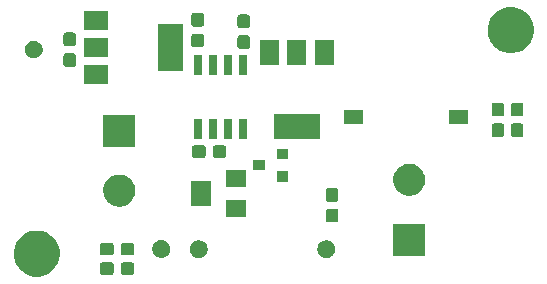
<source format=gbr>
G04 #@! TF.GenerationSoftware,KiCad,Pcbnew,5.0.2+dfsg1-1*
G04 #@! TF.CreationDate,2020-04-05T00:56:48-04:00*
G04 #@! TF.ProjectId,vreg-741,76726567-2d37-4343-912e-6b696361645f,rev?*
G04 #@! TF.SameCoordinates,Original*
G04 #@! TF.FileFunction,Soldermask,Top*
G04 #@! TF.FilePolarity,Negative*
%FSLAX46Y46*%
G04 Gerber Fmt 4.6, Leading zero omitted, Abs format (unit mm)*
G04 Created by KiCad (PCBNEW 5.0.2+dfsg1-1) date Sun 05 Apr 2020 12:56:48 AM EDT*
%MOMM*%
%LPD*%
G01*
G04 APERTURE LIST*
%ADD10C,0.100000*%
G04 APERTURE END LIST*
D10*
G36*
X168717083Y-86515975D02*
X168717085Y-86515976D01*
X168717086Y-86515976D01*
X169072145Y-86663046D01*
X169072146Y-86663047D01*
X169391693Y-86876561D01*
X169663439Y-87148307D01*
X169663441Y-87148310D01*
X169876954Y-87467855D01*
X170011196Y-87791944D01*
X170024025Y-87822917D01*
X170099000Y-88199842D01*
X170099000Y-88584158D01*
X170069366Y-88733140D01*
X170024024Y-88961086D01*
X169876954Y-89316145D01*
X169821592Y-89399000D01*
X169663439Y-89635693D01*
X169391693Y-89907439D01*
X169391690Y-89907441D01*
X169072145Y-90120954D01*
X168717086Y-90268024D01*
X168717085Y-90268024D01*
X168717083Y-90268025D01*
X168340158Y-90343000D01*
X167955842Y-90343000D01*
X167578917Y-90268025D01*
X167578915Y-90268024D01*
X167578914Y-90268024D01*
X167223855Y-90120954D01*
X166904310Y-89907441D01*
X166904307Y-89907439D01*
X166632561Y-89635693D01*
X166474408Y-89399000D01*
X166419046Y-89316145D01*
X166271976Y-88961086D01*
X166226635Y-88733140D01*
X166197000Y-88584158D01*
X166197000Y-88199842D01*
X166271975Y-87822917D01*
X166284804Y-87791944D01*
X166419046Y-87467855D01*
X166632559Y-87148310D01*
X166632561Y-87148307D01*
X166904307Y-86876561D01*
X167223854Y-86663047D01*
X167223855Y-86663046D01*
X167578914Y-86515976D01*
X167578915Y-86515976D01*
X167578917Y-86515975D01*
X167955842Y-86441000D01*
X168340158Y-86441000D01*
X168717083Y-86515975D01*
X168717083Y-86515975D01*
G37*
G36*
X176253859Y-89140445D02*
X176291353Y-89151819D01*
X176325917Y-89170294D01*
X176356207Y-89195153D01*
X176381066Y-89225443D01*
X176399541Y-89260007D01*
X176410915Y-89297501D01*
X176415360Y-89342638D01*
X176415360Y-89981362D01*
X176410915Y-90026499D01*
X176399541Y-90063993D01*
X176381066Y-90098557D01*
X176356207Y-90128847D01*
X176325917Y-90153706D01*
X176291353Y-90172181D01*
X176253859Y-90183555D01*
X176208722Y-90188000D01*
X175469998Y-90188000D01*
X175424861Y-90183555D01*
X175387367Y-90172181D01*
X175352803Y-90153706D01*
X175322513Y-90128847D01*
X175297654Y-90098557D01*
X175279179Y-90063993D01*
X175267805Y-90026499D01*
X175263360Y-89981362D01*
X175263360Y-89342638D01*
X175267805Y-89297501D01*
X175279179Y-89260007D01*
X175297654Y-89225443D01*
X175322513Y-89195153D01*
X175352803Y-89170294D01*
X175387367Y-89151819D01*
X175424861Y-89140445D01*
X175469998Y-89136000D01*
X176208722Y-89136000D01*
X176253859Y-89140445D01*
X176253859Y-89140445D01*
G37*
G36*
X174503859Y-89140445D02*
X174541353Y-89151819D01*
X174575917Y-89170294D01*
X174606207Y-89195153D01*
X174631066Y-89225443D01*
X174649541Y-89260007D01*
X174660915Y-89297501D01*
X174665360Y-89342638D01*
X174665360Y-89981362D01*
X174660915Y-90026499D01*
X174649541Y-90063993D01*
X174631066Y-90098557D01*
X174606207Y-90128847D01*
X174575917Y-90153706D01*
X174541353Y-90172181D01*
X174503859Y-90183555D01*
X174458722Y-90188000D01*
X173719998Y-90188000D01*
X173674861Y-90183555D01*
X173637367Y-90172181D01*
X173602803Y-90153706D01*
X173572513Y-90128847D01*
X173547654Y-90098557D01*
X173529179Y-90063993D01*
X173517805Y-90026499D01*
X173513360Y-89981362D01*
X173513360Y-89342638D01*
X173517805Y-89297501D01*
X173529179Y-89260007D01*
X173547654Y-89225443D01*
X173572513Y-89195153D01*
X173602803Y-89170294D01*
X173637367Y-89151819D01*
X173674861Y-89140445D01*
X173719998Y-89136000D01*
X174458722Y-89136000D01*
X174503859Y-89140445D01*
X174503859Y-89140445D01*
G37*
G36*
X181996004Y-87271544D02*
X182083059Y-87288860D01*
X182219732Y-87345472D01*
X182219733Y-87345473D01*
X182342738Y-87427662D01*
X182447338Y-87532262D01*
X182447340Y-87532265D01*
X182529528Y-87655268D01*
X182586140Y-87791941D01*
X182615000Y-87937033D01*
X182615000Y-88084967D01*
X182586140Y-88230059D01*
X182529528Y-88366732D01*
X182468038Y-88458758D01*
X182447338Y-88489738D01*
X182342738Y-88594338D01*
X182342735Y-88594340D01*
X182219732Y-88676528D01*
X182083059Y-88733140D01*
X181996004Y-88750456D01*
X181937969Y-88762000D01*
X181790031Y-88762000D01*
X181731996Y-88750456D01*
X181644941Y-88733140D01*
X181508268Y-88676528D01*
X181385265Y-88594340D01*
X181385262Y-88594338D01*
X181280662Y-88489738D01*
X181259962Y-88458758D01*
X181198472Y-88366732D01*
X181141860Y-88230059D01*
X181113000Y-88084967D01*
X181113000Y-87937033D01*
X181141860Y-87791941D01*
X181198472Y-87655268D01*
X181280660Y-87532265D01*
X181280662Y-87532262D01*
X181385262Y-87427662D01*
X181508267Y-87345473D01*
X181508268Y-87345472D01*
X181644941Y-87288860D01*
X181731996Y-87271544D01*
X181790031Y-87260000D01*
X181937969Y-87260000D01*
X181996004Y-87271544D01*
X181996004Y-87271544D01*
G37*
G36*
X192791004Y-87271544D02*
X192878059Y-87288860D01*
X193014732Y-87345472D01*
X193014733Y-87345473D01*
X193137738Y-87427662D01*
X193242338Y-87532262D01*
X193242340Y-87532265D01*
X193324528Y-87655268D01*
X193381140Y-87791941D01*
X193410000Y-87937033D01*
X193410000Y-88084967D01*
X193381140Y-88230059D01*
X193324528Y-88366732D01*
X193263038Y-88458758D01*
X193242338Y-88489738D01*
X193137738Y-88594338D01*
X193137735Y-88594340D01*
X193014732Y-88676528D01*
X192878059Y-88733140D01*
X192791004Y-88750456D01*
X192732969Y-88762000D01*
X192585031Y-88762000D01*
X192526996Y-88750456D01*
X192439941Y-88733140D01*
X192303268Y-88676528D01*
X192180265Y-88594340D01*
X192180262Y-88594338D01*
X192075662Y-88489738D01*
X192054962Y-88458758D01*
X191993472Y-88366732D01*
X191936860Y-88230059D01*
X191908000Y-88084967D01*
X191908000Y-87937033D01*
X191936860Y-87791941D01*
X191993472Y-87655268D01*
X192075660Y-87532265D01*
X192075662Y-87532262D01*
X192180262Y-87427662D01*
X192303267Y-87345473D01*
X192303268Y-87345472D01*
X192439941Y-87288860D01*
X192526996Y-87271544D01*
X192585031Y-87260000D01*
X192732969Y-87260000D01*
X192791004Y-87271544D01*
X192791004Y-87271544D01*
G37*
G36*
X178818269Y-87260000D02*
X178908059Y-87277860D01*
X179044732Y-87334472D01*
X179061196Y-87345473D01*
X179167738Y-87416662D01*
X179272338Y-87521262D01*
X179272340Y-87521265D01*
X179354528Y-87644268D01*
X179411140Y-87780941D01*
X179440000Y-87926033D01*
X179440000Y-88073967D01*
X179411140Y-88219059D01*
X179354528Y-88355732D01*
X179312318Y-88418904D01*
X179272338Y-88478738D01*
X179167738Y-88583338D01*
X179167735Y-88583340D01*
X179044732Y-88665528D01*
X178908059Y-88722140D01*
X178821004Y-88739456D01*
X178762969Y-88751000D01*
X178615031Y-88751000D01*
X178556996Y-88739456D01*
X178469941Y-88722140D01*
X178333268Y-88665528D01*
X178210265Y-88583340D01*
X178210262Y-88583338D01*
X178105662Y-88478738D01*
X178065682Y-88418904D01*
X178023472Y-88355732D01*
X177966860Y-88219059D01*
X177938000Y-88073967D01*
X177938000Y-87926033D01*
X177966860Y-87780941D01*
X178023472Y-87644268D01*
X178105660Y-87521265D01*
X178105662Y-87521262D01*
X178210262Y-87416662D01*
X178316804Y-87345473D01*
X178333268Y-87334472D01*
X178469941Y-87277860D01*
X178559731Y-87260000D01*
X178615031Y-87249000D01*
X178762969Y-87249000D01*
X178818269Y-87260000D01*
X178818269Y-87260000D01*
G37*
G36*
X201045800Y-88574600D02*
X198343800Y-88574600D01*
X198343800Y-85872600D01*
X201045800Y-85872600D01*
X201045800Y-88574600D01*
X201045800Y-88574600D01*
G37*
G36*
X176253859Y-87488234D02*
X176291353Y-87499608D01*
X176325917Y-87518083D01*
X176356207Y-87542942D01*
X176381066Y-87573232D01*
X176399541Y-87607796D01*
X176410915Y-87645290D01*
X176415360Y-87690427D01*
X176415360Y-88329151D01*
X176410915Y-88374288D01*
X176399541Y-88411782D01*
X176381066Y-88446346D01*
X176356207Y-88476636D01*
X176325917Y-88501495D01*
X176291353Y-88519970D01*
X176253859Y-88531344D01*
X176208722Y-88535789D01*
X175469998Y-88535789D01*
X175424861Y-88531344D01*
X175387367Y-88519970D01*
X175352803Y-88501495D01*
X175322513Y-88476636D01*
X175297654Y-88446346D01*
X175279179Y-88411782D01*
X175267805Y-88374288D01*
X175263360Y-88329151D01*
X175263360Y-87690427D01*
X175267805Y-87645290D01*
X175279179Y-87607796D01*
X175297654Y-87573232D01*
X175322513Y-87542942D01*
X175352803Y-87518083D01*
X175387367Y-87499608D01*
X175424861Y-87488234D01*
X175469998Y-87483789D01*
X176208722Y-87483789D01*
X176253859Y-87488234D01*
X176253859Y-87488234D01*
G37*
G36*
X174503859Y-87488234D02*
X174541353Y-87499608D01*
X174575917Y-87518083D01*
X174606207Y-87542942D01*
X174631066Y-87573232D01*
X174649541Y-87607796D01*
X174660915Y-87645290D01*
X174665360Y-87690427D01*
X174665360Y-88329151D01*
X174660915Y-88374288D01*
X174649541Y-88411782D01*
X174631066Y-88446346D01*
X174606207Y-88476636D01*
X174575917Y-88501495D01*
X174541353Y-88519970D01*
X174503859Y-88531344D01*
X174458722Y-88535789D01*
X173719998Y-88535789D01*
X173674861Y-88531344D01*
X173637367Y-88519970D01*
X173602803Y-88501495D01*
X173572513Y-88476636D01*
X173547654Y-88446346D01*
X173529179Y-88411782D01*
X173517805Y-88374288D01*
X173513360Y-88329151D01*
X173513360Y-87690427D01*
X173517805Y-87645290D01*
X173529179Y-87607796D01*
X173547654Y-87573232D01*
X173572513Y-87542942D01*
X173602803Y-87518083D01*
X173637367Y-87499608D01*
X173674861Y-87488234D01*
X173719998Y-87483789D01*
X174458722Y-87483789D01*
X174503859Y-87488234D01*
X174503859Y-87488234D01*
G37*
G36*
X193518799Y-84593345D02*
X193556293Y-84604719D01*
X193590857Y-84623194D01*
X193621147Y-84648053D01*
X193646006Y-84678343D01*
X193664481Y-84712907D01*
X193675855Y-84750401D01*
X193680300Y-84795538D01*
X193680300Y-85534262D01*
X193675855Y-85579399D01*
X193664481Y-85616893D01*
X193646006Y-85651457D01*
X193621147Y-85681747D01*
X193590857Y-85706606D01*
X193556293Y-85725081D01*
X193518799Y-85736455D01*
X193473662Y-85740900D01*
X192834938Y-85740900D01*
X192789801Y-85736455D01*
X192752307Y-85725081D01*
X192717743Y-85706606D01*
X192687453Y-85681747D01*
X192662594Y-85651457D01*
X192644119Y-85616893D01*
X192632745Y-85579399D01*
X192628300Y-85534262D01*
X192628300Y-84795538D01*
X192632745Y-84750401D01*
X192644119Y-84712907D01*
X192662594Y-84678343D01*
X192687453Y-84648053D01*
X192717743Y-84623194D01*
X192752307Y-84604719D01*
X192789801Y-84593345D01*
X192834938Y-84588900D01*
X193473662Y-84588900D01*
X193518799Y-84593345D01*
X193518799Y-84593345D01*
G37*
G36*
X185841400Y-85252600D02*
X184139400Y-85252600D01*
X184139400Y-83850600D01*
X185841400Y-83850600D01*
X185841400Y-85252600D01*
X185841400Y-85252600D01*
G37*
G36*
X175396567Y-81732959D02*
X175527072Y-81758918D01*
X175772939Y-81860759D01*
X175993464Y-82008110D01*
X175994215Y-82008612D01*
X176182388Y-82196785D01*
X176182390Y-82196788D01*
X176330241Y-82418061D01*
X176379785Y-82537672D01*
X176432082Y-82663929D01*
X176484000Y-82924937D01*
X176484000Y-83191063D01*
X176458041Y-83321567D01*
X176432082Y-83452072D01*
X176330241Y-83697939D01*
X176185960Y-83913869D01*
X176182388Y-83919215D01*
X175994215Y-84107388D01*
X175994212Y-84107390D01*
X175772939Y-84255241D01*
X175527072Y-84357082D01*
X175396567Y-84383041D01*
X175266063Y-84409000D01*
X174999937Y-84409000D01*
X174869433Y-84383041D01*
X174738928Y-84357082D01*
X174493061Y-84255241D01*
X174271788Y-84107390D01*
X174271785Y-84107388D01*
X174083612Y-83919215D01*
X174080040Y-83913869D01*
X173935759Y-83697939D01*
X173833918Y-83452072D01*
X173807959Y-83321567D01*
X173782000Y-83191063D01*
X173782000Y-82924937D01*
X173833918Y-82663929D01*
X173886215Y-82537672D01*
X173935759Y-82418061D01*
X174083610Y-82196788D01*
X174083612Y-82196785D01*
X174271785Y-82008612D01*
X174272536Y-82008110D01*
X174493061Y-81860759D01*
X174738928Y-81758918D01*
X174869433Y-81732959D01*
X174999937Y-81707000D01*
X175266063Y-81707000D01*
X175396567Y-81732959D01*
X175396567Y-81732959D01*
G37*
G36*
X182941400Y-84352600D02*
X181239400Y-84352600D01*
X181239400Y-82250600D01*
X182941400Y-82250600D01*
X182941400Y-84352600D01*
X182941400Y-84352600D01*
G37*
G36*
X193518799Y-82843345D02*
X193556293Y-82854719D01*
X193590857Y-82873194D01*
X193621147Y-82898053D01*
X193646006Y-82928343D01*
X193664481Y-82962907D01*
X193675855Y-83000401D01*
X193680300Y-83045538D01*
X193680300Y-83784262D01*
X193675855Y-83829399D01*
X193664481Y-83866893D01*
X193646006Y-83901457D01*
X193621147Y-83931747D01*
X193590857Y-83956606D01*
X193556293Y-83975081D01*
X193518799Y-83986455D01*
X193473662Y-83990900D01*
X192834938Y-83990900D01*
X192789801Y-83986455D01*
X192752307Y-83975081D01*
X192717743Y-83956606D01*
X192687453Y-83931747D01*
X192662594Y-83901457D01*
X192644119Y-83866893D01*
X192632745Y-83829399D01*
X192628300Y-83784262D01*
X192628300Y-83045538D01*
X192632745Y-83000401D01*
X192644119Y-82962907D01*
X192662594Y-82928343D01*
X192687453Y-82898053D01*
X192717743Y-82873194D01*
X192752307Y-82854719D01*
X192789801Y-82843345D01*
X192834938Y-82838900D01*
X193473662Y-82838900D01*
X193518799Y-82843345D01*
X193518799Y-82843345D01*
G37*
G36*
X199958367Y-80818559D02*
X200088872Y-80844518D01*
X200334739Y-80946359D01*
X200555264Y-81093710D01*
X200556015Y-81094212D01*
X200744188Y-81282385D01*
X200744190Y-81282388D01*
X200892041Y-81503661D01*
X200976266Y-81707000D01*
X200993882Y-81749529D01*
X201045417Y-82008610D01*
X201045800Y-82010538D01*
X201045800Y-82276662D01*
X200993882Y-82537672D01*
X200892041Y-82783539D01*
X200795285Y-82928343D01*
X200744188Y-83004815D01*
X200556015Y-83192988D01*
X200556012Y-83192990D01*
X200334739Y-83340841D01*
X200088872Y-83442682D01*
X200041670Y-83452071D01*
X199827863Y-83494600D01*
X199561737Y-83494600D01*
X199347930Y-83452071D01*
X199300728Y-83442682D01*
X199054861Y-83340841D01*
X198833588Y-83192990D01*
X198833585Y-83192988D01*
X198645412Y-83004815D01*
X198594315Y-82928343D01*
X198497559Y-82783539D01*
X198395718Y-82537672D01*
X198343800Y-82276662D01*
X198343800Y-82010538D01*
X198344184Y-82008610D01*
X198395718Y-81749529D01*
X198413334Y-81707000D01*
X198497559Y-81503661D01*
X198645410Y-81282388D01*
X198645412Y-81282385D01*
X198833585Y-81094212D01*
X198834336Y-81093710D01*
X199054861Y-80946359D01*
X199300728Y-80844518D01*
X199431233Y-80818559D01*
X199561737Y-80792600D01*
X199827863Y-80792600D01*
X199958367Y-80818559D01*
X199958367Y-80818559D01*
G37*
G36*
X185841400Y-82752600D02*
X184139400Y-82752600D01*
X184139400Y-81350600D01*
X185841400Y-81350600D01*
X185841400Y-82752600D01*
X185841400Y-82752600D01*
G37*
G36*
X189461000Y-82300000D02*
X188459000Y-82300000D01*
X188459000Y-81398000D01*
X189461000Y-81398000D01*
X189461000Y-82300000D01*
X189461000Y-82300000D01*
G37*
G36*
X187461000Y-81350000D02*
X186459000Y-81350000D01*
X186459000Y-80448000D01*
X187461000Y-80448000D01*
X187461000Y-81350000D01*
X187461000Y-81350000D01*
G37*
G36*
X189461000Y-80400000D02*
X188459000Y-80400000D01*
X188459000Y-79498000D01*
X189461000Y-79498000D01*
X189461000Y-80400000D01*
X189461000Y-80400000D01*
G37*
G36*
X182292499Y-79234445D02*
X182329993Y-79245819D01*
X182364557Y-79264294D01*
X182394847Y-79289153D01*
X182419706Y-79319443D01*
X182438181Y-79354007D01*
X182449555Y-79391501D01*
X182454000Y-79436638D01*
X182454000Y-80075362D01*
X182449555Y-80120499D01*
X182438181Y-80157993D01*
X182419706Y-80192557D01*
X182394847Y-80222847D01*
X182364557Y-80247706D01*
X182329993Y-80266181D01*
X182292499Y-80277555D01*
X182247362Y-80282000D01*
X181508638Y-80282000D01*
X181463501Y-80277555D01*
X181426007Y-80266181D01*
X181391443Y-80247706D01*
X181361153Y-80222847D01*
X181336294Y-80192557D01*
X181317819Y-80157993D01*
X181306445Y-80120499D01*
X181302000Y-80075362D01*
X181302000Y-79436638D01*
X181306445Y-79391501D01*
X181317819Y-79354007D01*
X181336294Y-79319443D01*
X181361153Y-79289153D01*
X181391443Y-79264294D01*
X181426007Y-79245819D01*
X181463501Y-79234445D01*
X181508638Y-79230000D01*
X182247362Y-79230000D01*
X182292499Y-79234445D01*
X182292499Y-79234445D01*
G37*
G36*
X184042499Y-79234445D02*
X184079993Y-79245819D01*
X184114557Y-79264294D01*
X184144847Y-79289153D01*
X184169706Y-79319443D01*
X184188181Y-79354007D01*
X184199555Y-79391501D01*
X184204000Y-79436638D01*
X184204000Y-80075362D01*
X184199555Y-80120499D01*
X184188181Y-80157993D01*
X184169706Y-80192557D01*
X184144847Y-80222847D01*
X184114557Y-80247706D01*
X184079993Y-80266181D01*
X184042499Y-80277555D01*
X183997362Y-80282000D01*
X183258638Y-80282000D01*
X183213501Y-80277555D01*
X183176007Y-80266181D01*
X183141443Y-80247706D01*
X183111153Y-80222847D01*
X183086294Y-80192557D01*
X183067819Y-80157993D01*
X183056445Y-80120499D01*
X183052000Y-80075362D01*
X183052000Y-79436638D01*
X183056445Y-79391501D01*
X183067819Y-79354007D01*
X183086294Y-79319443D01*
X183111153Y-79289153D01*
X183141443Y-79264294D01*
X183176007Y-79245819D01*
X183213501Y-79234445D01*
X183258638Y-79230000D01*
X183997362Y-79230000D01*
X184042499Y-79234445D01*
X184042499Y-79234445D01*
G37*
G36*
X176484000Y-79329000D02*
X173782000Y-79329000D01*
X173782000Y-76627000D01*
X176484000Y-76627000D01*
X176484000Y-79329000D01*
X176484000Y-79329000D01*
G37*
G36*
X192133500Y-78686500D02*
X188231500Y-78686500D01*
X188231500Y-76584500D01*
X192133500Y-76584500D01*
X192133500Y-78686500D01*
X192133500Y-78686500D01*
G37*
G36*
X185981500Y-78663500D02*
X185279500Y-78663500D01*
X185279500Y-77011500D01*
X185981500Y-77011500D01*
X185981500Y-78663500D01*
X185981500Y-78663500D01*
G37*
G36*
X184711500Y-78663500D02*
X184009500Y-78663500D01*
X184009500Y-77011500D01*
X184711500Y-77011500D01*
X184711500Y-78663500D01*
X184711500Y-78663500D01*
G37*
G36*
X182171500Y-78663500D02*
X181469500Y-78663500D01*
X181469500Y-77011500D01*
X182171500Y-77011500D01*
X182171500Y-78663500D01*
X182171500Y-78663500D01*
G37*
G36*
X183441500Y-78663500D02*
X182739500Y-78663500D01*
X182739500Y-77011500D01*
X183441500Y-77011500D01*
X183441500Y-78663500D01*
X183441500Y-78663500D01*
G37*
G36*
X209190599Y-77368345D02*
X209228093Y-77379719D01*
X209262657Y-77398194D01*
X209292947Y-77423053D01*
X209317806Y-77453343D01*
X209336281Y-77487907D01*
X209347655Y-77525401D01*
X209352100Y-77570538D01*
X209352100Y-78309262D01*
X209347655Y-78354399D01*
X209336281Y-78391893D01*
X209317806Y-78426457D01*
X209292947Y-78456747D01*
X209262657Y-78481606D01*
X209228093Y-78500081D01*
X209190599Y-78511455D01*
X209145462Y-78515900D01*
X208506738Y-78515900D01*
X208461601Y-78511455D01*
X208424107Y-78500081D01*
X208389543Y-78481606D01*
X208359253Y-78456747D01*
X208334394Y-78426457D01*
X208315919Y-78391893D01*
X208304545Y-78354399D01*
X208300100Y-78309262D01*
X208300100Y-77570538D01*
X208304545Y-77525401D01*
X208315919Y-77487907D01*
X208334394Y-77453343D01*
X208359253Y-77423053D01*
X208389543Y-77398194D01*
X208424107Y-77379719D01*
X208461601Y-77368345D01*
X208506738Y-77363900D01*
X209145462Y-77363900D01*
X209190599Y-77368345D01*
X209190599Y-77368345D01*
G37*
G36*
X207564999Y-77367045D02*
X207602493Y-77378419D01*
X207637057Y-77396894D01*
X207667347Y-77421753D01*
X207692206Y-77452043D01*
X207710681Y-77486607D01*
X207722055Y-77524101D01*
X207726500Y-77569238D01*
X207726500Y-78307962D01*
X207722055Y-78353099D01*
X207710681Y-78390593D01*
X207692206Y-78425157D01*
X207667347Y-78455447D01*
X207637057Y-78480306D01*
X207602493Y-78498781D01*
X207564999Y-78510155D01*
X207519862Y-78514600D01*
X206881138Y-78514600D01*
X206836001Y-78510155D01*
X206798507Y-78498781D01*
X206763943Y-78480306D01*
X206733653Y-78455447D01*
X206708794Y-78425157D01*
X206690319Y-78390593D01*
X206678945Y-78353099D01*
X206674500Y-78307962D01*
X206674500Y-77569238D01*
X206678945Y-77524101D01*
X206690319Y-77486607D01*
X206708794Y-77452043D01*
X206733653Y-77421753D01*
X206763943Y-77396894D01*
X206798507Y-77378419D01*
X206836001Y-77367045D01*
X206881138Y-77362600D01*
X207519862Y-77362600D01*
X207564999Y-77367045D01*
X207564999Y-77367045D01*
G37*
G36*
X204691800Y-77461400D02*
X203089800Y-77461400D01*
X203089800Y-76259400D01*
X204691800Y-76259400D01*
X204691800Y-77461400D01*
X204691800Y-77461400D01*
G37*
G36*
X195791800Y-77461400D02*
X194189800Y-77461400D01*
X194189800Y-76259400D01*
X195791800Y-76259400D01*
X195791800Y-77461400D01*
X195791800Y-77461400D01*
G37*
G36*
X209190599Y-75618345D02*
X209228093Y-75629719D01*
X209262657Y-75648194D01*
X209292947Y-75673053D01*
X209317806Y-75703343D01*
X209336281Y-75737907D01*
X209347655Y-75775401D01*
X209352100Y-75820538D01*
X209352100Y-76559262D01*
X209347655Y-76604399D01*
X209336281Y-76641893D01*
X209317806Y-76676457D01*
X209292947Y-76706747D01*
X209262657Y-76731606D01*
X209228093Y-76750081D01*
X209190599Y-76761455D01*
X209145462Y-76765900D01*
X208506738Y-76765900D01*
X208461601Y-76761455D01*
X208424107Y-76750081D01*
X208389543Y-76731606D01*
X208359253Y-76706747D01*
X208334394Y-76676457D01*
X208315919Y-76641893D01*
X208304545Y-76604399D01*
X208300100Y-76559262D01*
X208300100Y-75820538D01*
X208304545Y-75775401D01*
X208315919Y-75737907D01*
X208334394Y-75703343D01*
X208359253Y-75673053D01*
X208389543Y-75648194D01*
X208424107Y-75629719D01*
X208461601Y-75618345D01*
X208506738Y-75613900D01*
X209145462Y-75613900D01*
X209190599Y-75618345D01*
X209190599Y-75618345D01*
G37*
G36*
X207564999Y-75617045D02*
X207602493Y-75628419D01*
X207637057Y-75646894D01*
X207667347Y-75671753D01*
X207692206Y-75702043D01*
X207710681Y-75736607D01*
X207722055Y-75774101D01*
X207726500Y-75819238D01*
X207726500Y-76557962D01*
X207722055Y-76603099D01*
X207710681Y-76640593D01*
X207692206Y-76675157D01*
X207667347Y-76705447D01*
X207637057Y-76730306D01*
X207602493Y-76748781D01*
X207564999Y-76760155D01*
X207519862Y-76764600D01*
X206881138Y-76764600D01*
X206836001Y-76760155D01*
X206798507Y-76748781D01*
X206763943Y-76730306D01*
X206733653Y-76705447D01*
X206708794Y-76675157D01*
X206690319Y-76640593D01*
X206678945Y-76603099D01*
X206674500Y-76557962D01*
X206674500Y-75819238D01*
X206678945Y-75774101D01*
X206690319Y-75736607D01*
X206708794Y-75702043D01*
X206733653Y-75671753D01*
X206763943Y-75646894D01*
X206798507Y-75628419D01*
X206836001Y-75617045D01*
X206881138Y-75612600D01*
X207519862Y-75612600D01*
X207564999Y-75617045D01*
X207564999Y-75617045D01*
G37*
G36*
X174215500Y-74044500D02*
X172113500Y-74044500D01*
X172113500Y-72442500D01*
X174215500Y-72442500D01*
X174215500Y-74044500D01*
X174215500Y-74044500D01*
G37*
G36*
X182171500Y-73263500D02*
X181469500Y-73263500D01*
X181469500Y-71611500D01*
X182171500Y-71611500D01*
X182171500Y-73263500D01*
X182171500Y-73263500D01*
G37*
G36*
X183441500Y-73263500D02*
X182739500Y-73263500D01*
X182739500Y-71611500D01*
X183441500Y-71611500D01*
X183441500Y-73263500D01*
X183441500Y-73263500D01*
G37*
G36*
X184711500Y-73263500D02*
X184009500Y-73263500D01*
X184009500Y-71611500D01*
X184711500Y-71611500D01*
X184711500Y-73263500D01*
X184711500Y-73263500D01*
G37*
G36*
X185981500Y-73263500D02*
X185279500Y-73263500D01*
X185279500Y-71611500D01*
X185981500Y-71611500D01*
X185981500Y-73263500D01*
X185981500Y-73263500D01*
G37*
G36*
X180515500Y-72894500D02*
X178413500Y-72894500D01*
X178413500Y-68992500D01*
X180515500Y-68992500D01*
X180515500Y-72894500D01*
X180515500Y-72894500D01*
G37*
G36*
X171306499Y-71423445D02*
X171343993Y-71434819D01*
X171378557Y-71453294D01*
X171408847Y-71478153D01*
X171433706Y-71508443D01*
X171452181Y-71543007D01*
X171463555Y-71580501D01*
X171468000Y-71625638D01*
X171468000Y-72364362D01*
X171463555Y-72409499D01*
X171452181Y-72446993D01*
X171433706Y-72481557D01*
X171408847Y-72511847D01*
X171378557Y-72536706D01*
X171343993Y-72555181D01*
X171306499Y-72566555D01*
X171261362Y-72571000D01*
X170622638Y-72571000D01*
X170577501Y-72566555D01*
X170540007Y-72555181D01*
X170505443Y-72536706D01*
X170475153Y-72511847D01*
X170450294Y-72481557D01*
X170431819Y-72446993D01*
X170420445Y-72409499D01*
X170416000Y-72364362D01*
X170416000Y-71625638D01*
X170420445Y-71580501D01*
X170431819Y-71543007D01*
X170450294Y-71508443D01*
X170475153Y-71478153D01*
X170505443Y-71453294D01*
X170540007Y-71434819D01*
X170577501Y-71423445D01*
X170622638Y-71419000D01*
X171261362Y-71419000D01*
X171306499Y-71423445D01*
X171306499Y-71423445D01*
G37*
G36*
X193283500Y-72386500D02*
X191681500Y-72386500D01*
X191681500Y-70284500D01*
X193283500Y-70284500D01*
X193283500Y-72386500D01*
X193283500Y-72386500D01*
G37*
G36*
X188683500Y-72386500D02*
X187081500Y-72386500D01*
X187081500Y-70284500D01*
X188683500Y-70284500D01*
X188683500Y-72386500D01*
X188683500Y-72386500D01*
G37*
G36*
X190983500Y-72386500D02*
X189381500Y-72386500D01*
X189381500Y-70284500D01*
X190983500Y-70284500D01*
X190983500Y-72386500D01*
X190983500Y-72386500D01*
G37*
G36*
X168026004Y-70380544D02*
X168113059Y-70397860D01*
X168249732Y-70454472D01*
X168249733Y-70454473D01*
X168372738Y-70536662D01*
X168477338Y-70641262D01*
X168477340Y-70641265D01*
X168559528Y-70764268D01*
X168616140Y-70900941D01*
X168619931Y-70920000D01*
X168645000Y-71046031D01*
X168645000Y-71193969D01*
X168644207Y-71197954D01*
X168616140Y-71339059D01*
X168559528Y-71475732D01*
X168537671Y-71508443D01*
X168477338Y-71598738D01*
X168372738Y-71703338D01*
X168372735Y-71703340D01*
X168249732Y-71785528D01*
X168113059Y-71842140D01*
X168026004Y-71859456D01*
X167967969Y-71871000D01*
X167820031Y-71871000D01*
X167761996Y-71859456D01*
X167674941Y-71842140D01*
X167538268Y-71785528D01*
X167415265Y-71703340D01*
X167415262Y-71703338D01*
X167310662Y-71598738D01*
X167250329Y-71508443D01*
X167228472Y-71475732D01*
X167171860Y-71339059D01*
X167143793Y-71197954D01*
X167143000Y-71193969D01*
X167143000Y-71046031D01*
X167168069Y-70920000D01*
X167171860Y-70900941D01*
X167228472Y-70764268D01*
X167310660Y-70641265D01*
X167310662Y-70641262D01*
X167415262Y-70536662D01*
X167538267Y-70454473D01*
X167538268Y-70454472D01*
X167674941Y-70397860D01*
X167761996Y-70380544D01*
X167820031Y-70369000D01*
X167967969Y-70369000D01*
X168026004Y-70380544D01*
X168026004Y-70380544D01*
G37*
G36*
X174215500Y-71744500D02*
X172113500Y-71744500D01*
X172113500Y-70142500D01*
X174215500Y-70142500D01*
X174215500Y-71744500D01*
X174215500Y-71744500D01*
G37*
G36*
X208849083Y-67592975D02*
X208849085Y-67592976D01*
X208849086Y-67592976D01*
X209204145Y-67740046D01*
X209204146Y-67740047D01*
X209523693Y-67953561D01*
X209795439Y-68225307D01*
X209795441Y-68225310D01*
X210008954Y-68544855D01*
X210156024Y-68899914D01*
X210156025Y-68899917D01*
X210231000Y-69276842D01*
X210231000Y-69661158D01*
X210157434Y-70031000D01*
X210156024Y-70038086D01*
X210008954Y-70393145D01*
X209967976Y-70454473D01*
X209795439Y-70712693D01*
X209523693Y-70984439D01*
X209523690Y-70984441D01*
X209204145Y-71197954D01*
X208849086Y-71345024D01*
X208849085Y-71345024D01*
X208849083Y-71345025D01*
X208472158Y-71420000D01*
X208087842Y-71420000D01*
X207710917Y-71345025D01*
X207710915Y-71345024D01*
X207710914Y-71345024D01*
X207355855Y-71197954D01*
X207036310Y-70984441D01*
X207036307Y-70984439D01*
X206764561Y-70712693D01*
X206592024Y-70454473D01*
X206551046Y-70393145D01*
X206403976Y-70038086D01*
X206402567Y-70031000D01*
X206329000Y-69661158D01*
X206329000Y-69276842D01*
X206403975Y-68899917D01*
X206403976Y-68899914D01*
X206551046Y-68544855D01*
X206764559Y-68225310D01*
X206764561Y-68225307D01*
X207036307Y-67953561D01*
X207355854Y-67740047D01*
X207355855Y-67740046D01*
X207710914Y-67592976D01*
X207710915Y-67592976D01*
X207710917Y-67592975D01*
X208087842Y-67518000D01*
X208472158Y-67518000D01*
X208849083Y-67592975D01*
X208849083Y-67592975D01*
G37*
G36*
X186038499Y-69899445D02*
X186075993Y-69910819D01*
X186110557Y-69929294D01*
X186140847Y-69954153D01*
X186165706Y-69984443D01*
X186184181Y-70019007D01*
X186195555Y-70056501D01*
X186200000Y-70101638D01*
X186200000Y-70840362D01*
X186195555Y-70885499D01*
X186184181Y-70922993D01*
X186165706Y-70957557D01*
X186140847Y-70987847D01*
X186110557Y-71012706D01*
X186075993Y-71031181D01*
X186038499Y-71042555D01*
X185993362Y-71047000D01*
X185354638Y-71047000D01*
X185309501Y-71042555D01*
X185272007Y-71031181D01*
X185237443Y-71012706D01*
X185207153Y-70987847D01*
X185182294Y-70957557D01*
X185163819Y-70922993D01*
X185152445Y-70885499D01*
X185148000Y-70840362D01*
X185148000Y-70101638D01*
X185152445Y-70056501D01*
X185163819Y-70019007D01*
X185182294Y-69984443D01*
X185207153Y-69954153D01*
X185237443Y-69929294D01*
X185272007Y-69910819D01*
X185309501Y-69899445D01*
X185354638Y-69895000D01*
X185993362Y-69895000D01*
X186038499Y-69899445D01*
X186038499Y-69899445D01*
G37*
G36*
X182141499Y-69772445D02*
X182178993Y-69783819D01*
X182213557Y-69802294D01*
X182243847Y-69827153D01*
X182268706Y-69857443D01*
X182287181Y-69892007D01*
X182298555Y-69929501D01*
X182303000Y-69974638D01*
X182303000Y-70713362D01*
X182298555Y-70758499D01*
X182287181Y-70795993D01*
X182268706Y-70830557D01*
X182243847Y-70860847D01*
X182213557Y-70885706D01*
X182178993Y-70904181D01*
X182141499Y-70915555D01*
X182096362Y-70920000D01*
X181457638Y-70920000D01*
X181412501Y-70915555D01*
X181375007Y-70904181D01*
X181340443Y-70885706D01*
X181310153Y-70860847D01*
X181285294Y-70830557D01*
X181266819Y-70795993D01*
X181255445Y-70758499D01*
X181251000Y-70713362D01*
X181251000Y-69974638D01*
X181255445Y-69929501D01*
X181266819Y-69892007D01*
X181285294Y-69857443D01*
X181310153Y-69827153D01*
X181340443Y-69802294D01*
X181375007Y-69783819D01*
X181412501Y-69772445D01*
X181457638Y-69768000D01*
X182096362Y-69768000D01*
X182141499Y-69772445D01*
X182141499Y-69772445D01*
G37*
G36*
X171306499Y-69673445D02*
X171343993Y-69684819D01*
X171378557Y-69703294D01*
X171408847Y-69728153D01*
X171433706Y-69758443D01*
X171452181Y-69793007D01*
X171463555Y-69830501D01*
X171468000Y-69875638D01*
X171468000Y-70614362D01*
X171463555Y-70659499D01*
X171452181Y-70696993D01*
X171433706Y-70731557D01*
X171408847Y-70761847D01*
X171378557Y-70786706D01*
X171343993Y-70805181D01*
X171306499Y-70816555D01*
X171261362Y-70821000D01*
X170622638Y-70821000D01*
X170577501Y-70816555D01*
X170540007Y-70805181D01*
X170505443Y-70786706D01*
X170475153Y-70761847D01*
X170450294Y-70731557D01*
X170431819Y-70696993D01*
X170420445Y-70659499D01*
X170416000Y-70614362D01*
X170416000Y-69875638D01*
X170420445Y-69830501D01*
X170431819Y-69793007D01*
X170450294Y-69758443D01*
X170475153Y-69728153D01*
X170505443Y-69703294D01*
X170540007Y-69684819D01*
X170577501Y-69673445D01*
X170622638Y-69669000D01*
X171261362Y-69669000D01*
X171306499Y-69673445D01*
X171306499Y-69673445D01*
G37*
G36*
X174215500Y-69444500D02*
X172113500Y-69444500D01*
X172113500Y-67842500D01*
X174215500Y-67842500D01*
X174215500Y-69444500D01*
X174215500Y-69444500D01*
G37*
G36*
X186038499Y-68149445D02*
X186075993Y-68160819D01*
X186110557Y-68179294D01*
X186140847Y-68204153D01*
X186165706Y-68234443D01*
X186184181Y-68269007D01*
X186195555Y-68306501D01*
X186200000Y-68351638D01*
X186200000Y-69090362D01*
X186195555Y-69135499D01*
X186184181Y-69172993D01*
X186165706Y-69207557D01*
X186140847Y-69237847D01*
X186110557Y-69262706D01*
X186075993Y-69281181D01*
X186038499Y-69292555D01*
X185993362Y-69297000D01*
X185354638Y-69297000D01*
X185309501Y-69292555D01*
X185272007Y-69281181D01*
X185237443Y-69262706D01*
X185207153Y-69237847D01*
X185182294Y-69207557D01*
X185163819Y-69172993D01*
X185152445Y-69135499D01*
X185148000Y-69090362D01*
X185148000Y-68351638D01*
X185152445Y-68306501D01*
X185163819Y-68269007D01*
X185182294Y-68234443D01*
X185207153Y-68204153D01*
X185237443Y-68179294D01*
X185272007Y-68160819D01*
X185309501Y-68149445D01*
X185354638Y-68145000D01*
X185993362Y-68145000D01*
X186038499Y-68149445D01*
X186038499Y-68149445D01*
G37*
G36*
X182141499Y-68022445D02*
X182178993Y-68033819D01*
X182213557Y-68052294D01*
X182243847Y-68077153D01*
X182268706Y-68107443D01*
X182287181Y-68142007D01*
X182298555Y-68179501D01*
X182303000Y-68224638D01*
X182303000Y-68963362D01*
X182298555Y-69008499D01*
X182287181Y-69045993D01*
X182268706Y-69080557D01*
X182243847Y-69110847D01*
X182213557Y-69135706D01*
X182178993Y-69154181D01*
X182141499Y-69165555D01*
X182096362Y-69170000D01*
X181457638Y-69170000D01*
X181412501Y-69165555D01*
X181375007Y-69154181D01*
X181340443Y-69135706D01*
X181310153Y-69110847D01*
X181285294Y-69080557D01*
X181266819Y-69045993D01*
X181255445Y-69008499D01*
X181251000Y-68963362D01*
X181251000Y-68224638D01*
X181255445Y-68179501D01*
X181266819Y-68142007D01*
X181285294Y-68107443D01*
X181310153Y-68077153D01*
X181340443Y-68052294D01*
X181375007Y-68033819D01*
X181412501Y-68022445D01*
X181457638Y-68018000D01*
X182096362Y-68018000D01*
X182141499Y-68022445D01*
X182141499Y-68022445D01*
G37*
M02*

</source>
